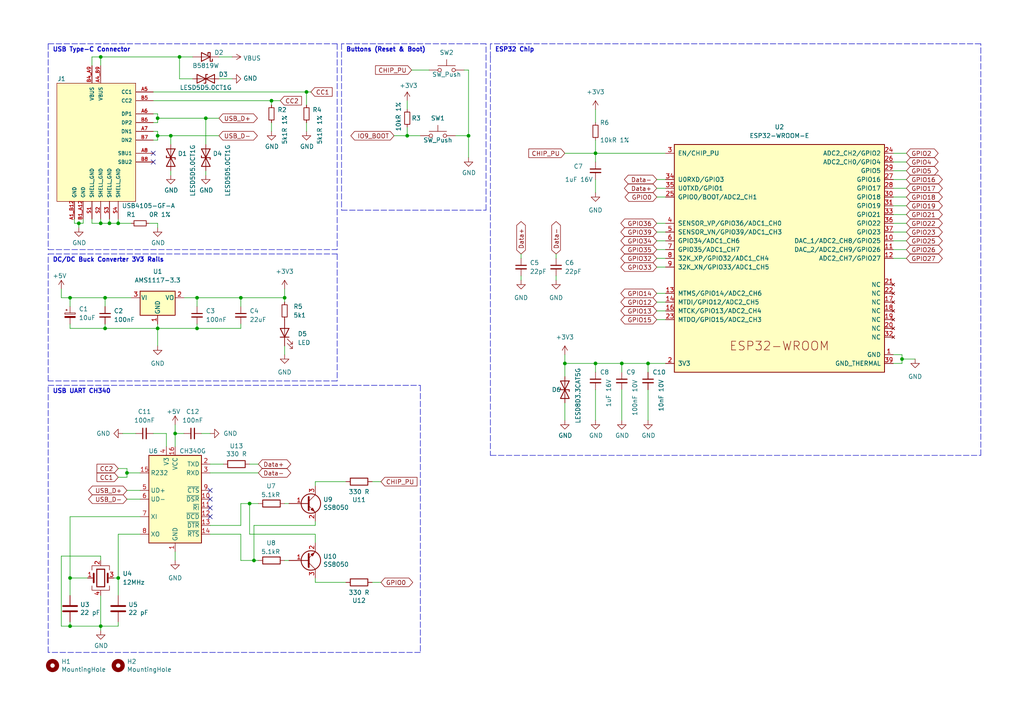
<source format=kicad_sch>
(kicad_sch (version 20211123) (generator eeschema)
  (paper "A4")
  (title_block (title "ESP32 MultiSensor") (date "2023-01-16") (rev "v1"))
  (lib_symbols
    (symbol "Device:C" (pin_numbers hide) (pin_names (offset 0.254))
      (property "Reference" "C" (at 0.635 2.54 0))
      (property "Value" "C" (at 0.635 -2.54 0))
      (symbol "C_0_1"
        (polyline (pts (xy -2.032 -0.762) (xy 2.032 -0.762)) (stroke (width 0.508)))
        (polyline (pts (xy -2.032 0.762) (xy 2.032 0.762)) (stroke (width 0.508)))
      )
      (symbol "C_1_1"
        (pin passive line (at 0 3.81 270) (length 2.794) (name "~") (number "1"))
        (pin passive line (at 0 -3.81 90) (length 2.794) (name "~") (number "2"))
      )
    )
    (symbol "Device:C_Polarized_Small" (pin_numbers hide) (pin_names (offset 0.254) hide)
      (property "Reference" "C" (at 0.254 1.778 0))
      (property "Value" "C_Polarized_Small" (at 0.254 -2.032 0))
      (symbol "C_Polarized_Small_0_1"
        (rectangle (start -1.524 -0.3048) (end 1.524 -0.6858) (fill (type outline)))
        (rectangle (start -1.524 0.6858) (end 1.524 0.3048))
        (polyline (pts (xy -1.27 1.524) (xy -0.762 1.524)))
        (polyline (pts (xy -1.016 1.27) (xy -1.016 1.778)))
      )
      (symbol "C_Polarized_Small_1_1"
        (pin passive line (at 0 2.54 270) (length 1.8542) (name "~") (number "1"))
        (pin passive line (at 0 -2.54 90) (length 1.8542) (name "~") (number "2"))
      )
    )
    (symbol "Device:C_Small" (pin_numbers hide) (pin_names (offset 0.254) hide)
      (property "Reference" "C" (at 0.254 1.778 0))
      (property "Value" "C_Small" (at 0.254 -2.032 0))
      (symbol "C_Small_0_1"
        (polyline (pts (xy -1.524 -0.508) (xy 1.524 -0.508)) (stroke (width 0.3302)))
        (polyline (pts (xy -1.524 0.508) (xy 1.524 0.508)) (stroke (width 0.3048)))
      )
      (symbol "C_Small_1_1"
        (pin passive line (at 0 2.54 270) (length 2.032) (name "~") (number "1"))
        (pin passive line (at 0 -2.54 90) (length 2.032) (name "~") (number "2"))
      )
    )
    (symbol "Device:Crystal_GND24" (pin_names (offset 1.016) hide)
      (property "Reference" "Y" (at 3.175 5.08 0))
      (property "Value" "Crystal_GND24" (at 3.175 3.175 0))
      (symbol "Crystal_GND24_0_1"
        (rectangle (start -1.143 2.54) (end 1.143 -2.54) (stroke (width 0.3048)))
        (polyline (pts (xy -2.54 0) (xy -2.032 0)))
        (polyline (pts (xy -2.032 -1.27) (xy -2.032 1.27)) (stroke (width 0.508)))
        (polyline (pts (xy 0 -3.81) (xy 0 -3.556)))
        (polyline (pts (xy 0 3.556) (xy 0 3.81)))
        (polyline (pts (xy 2.032 -1.27) (xy 2.032 1.27)) (stroke (width 0.508)))
        (polyline (pts (xy 2.032 0) (xy 2.54 0)))
        (polyline (pts (xy -2.54 -2.286) (xy -2.54 -3.556) (xy 2.54 -3.556) (xy 2.54 -2.286)))
        (polyline (pts (xy -2.54 2.286) (xy -2.54 3.556) (xy 2.54 3.556) (xy 2.54 2.286)))
      )
      (symbol "Crystal_GND24_1_1"
        (pin passive line (at -3.81 0 0) (length 1.27) (name "1") (number "1"))
        (pin passive line (at 0 5.08 270) (length 1.27) (name "2") (number "2"))
        (pin passive line (at 3.81 0 180) (length 1.27) (name "3") (number "3"))
        (pin passive line (at 0 -5.08 90) (length 1.27) (name "4") (number "4"))
      )
    )
    (symbol "Device:D_Schottky" (pin_numbers hide) (pin_names (offset 1.016) hide)
      (property "Reference" "D" (at 0 2.54 0))
      (property "Value" "D_Schottky" (at 0 -2.54 0))
      (symbol "D_Schottky_0_1"
        (polyline (pts (xy 1.27 0) (xy -1.27 0)))
        (polyline (pts (xy 1.27 1.27) (xy 1.27 -1.27) (xy -1.27 0) (xy 1.27 1.27)) (stroke (width 0.254)))
        (polyline (pts (xy -1.905 0.635) (xy -1.905 1.27) (xy -1.27 1.27) (xy -1.27 -1.27) (xy -0.635 -1.27) (xy -0.635 -0.635)) (stroke (width 0.254)))
      )
      (symbol "D_Schottky_1_1"
        (pin passive line (at -3.81 0 0) (length 2.54) (name "K") (number "1"))
        (pin passive line (at 3.81 0 180) (length 2.54) (name "A") (number "2"))
      )
    )
    (symbol "Device:D_TVS" (pin_numbers hide) (pin_names (offset 1.016) hide)
      (property "Reference" "D" (at 0 2.54 0))
      (property "Value" "D_TVS" (at 0 -2.54 0))
      (symbol "D_TVS_0_1"
        (polyline (pts (xy 1.27 0) (xy -1.27 0)))
        (polyline (pts (xy 0.508 1.27) (xy 0 1.27) (xy 0 -1.27) (xy -0.508 -1.27)) (stroke (width 0.254)))
        (polyline (pts (xy -2.54 1.27) (xy -2.54 -1.27) (xy 2.54 1.27) (xy 2.54 -1.27) (xy -2.54 1.27)) (stroke (width 0.254)))
      )
      (symbol "D_TVS_1_1"
        (pin passive line (at -3.81 0 0) (length 2.54) (name "A1") (number "1"))
        (pin passive line (at 3.81 0 180) (length 2.54) (name "A2") (number "2"))
      )
    )
    (symbol "Device:LED" (pin_numbers hide) (pin_names (offset 1.016) hide)
      (property "Reference" "D" (at 0 2.54 0))
      (property "Value" "LED" (at 0 -2.54 0))
      (symbol "LED_0_1"
        (polyline (pts (xy -1.27 -1.27) (xy -1.27 1.27)) (stroke (width 0.254)))
        (polyline (pts (xy -1.27 0) (xy 1.27 0)))
        (polyline (pts (xy 1.27 -1.27) (xy 1.27 1.27) (xy -1.27 0) (xy 1.27 -1.27)) (stroke (width 0.254)))
        (polyline (pts (xy -3.048 -0.762) (xy -4.572 -2.286) (xy -3.81 -2.286) (xy -4.572 -2.286) (xy -4.572 -1.524)))
        (polyline (pts (xy -1.778 -0.762) (xy -3.302 -2.286) (xy -2.54 -2.286) (xy -3.302 -2.286) (xy -3.302 -1.524)))
      )
      (symbol "LED_1_1"
        (pin passive line (at -3.81 0 0) (length 2.54) (name "K") (number "1"))
        (pin passive line (at 3.81 0 180) (length 2.54) (name "A") (number "2"))
      )
    )
    (symbol "Device:R" (pin_numbers hide) (pin_names (offset 0))
      (property "Reference" "R" (at 2.032 0 90))
      (property "Value" "R" (at 0 0 90))
      (symbol "R_0_1"
        (rectangle (start -1.016 -2.54) (end 1.016 2.54) (stroke (width 0.254)))
      )
      (symbol "R_1_1"
        (pin passive line (at 0 3.81 270) (length 1.27) (name "~") (number "1"))
        (pin passive line (at 0 -3.81 90) (length 1.27) (name "~") (number "2"))
      )
    )
    (symbol "Device:R_Small" (pin_numbers hide) (pin_names (offset 0.254) hide)
      (property "Reference" "R" (at 0.762 0.508 0))
      (property "Value" "R_Small" (at 0.762 -1.016 0))
      (symbol "R_Small_0_1"
        (rectangle (start -0.762 1.778) (end 0.762 -1.778) (stroke (width 0.2032)))
      )
      (symbol "R_Small_1_1"
        (pin passive line (at 0 2.54 270) (length 0.762) (name "~") (number "1"))
        (pin passive line (at 0 -2.54 90) (length 0.762) (name "~") (number "2"))
      )
    )
    (symbol "Espressif:ESP32-WROOM-E" (pin_names (offset 1.016))
      (property "Reference" "U" (at -30.48 38.1 0))
      (property "Value" "ESP32-WROOM-E" (at -30.48 35.56 0))
      (symbol "ESP32-WROOM-E_0_1"
        (rectangle (start -30.48 33.02) (end 30.48 -33.02) (stroke (width 0.254)) (fill (type background)))
      )
      (symbol "ESP32-WROOM-E_1_1"
        (text "ESP32-­WROOM­" (at 0 -25.4 0) (effects (font (size 2.54 2.54))))
        (pin power_in line (at 33.02 -27.94 180) (length 2.54) (name "GND") (number "1"))
        (pin bidirectional line (at 33.02 5.08 180) (length 2.54) (name "DAC_1/ADC2_CH8/GPIO25") (number "10"))
        (pin bidirectional line (at 33.02 2.54 180) (length 2.54) (name "DAC_2/ADC2_CH9/GPIO26") (number "11"))
        (pin bidirectional line (at 33.02 0 180) (length 2.54) (name "ADC2_CH7/GPIO27") (number "12"))
        (pin bidirectional line (at -33.02 -10.16 0) (length 2.54) (name "MTMS/GPIO14/ADC2_CH6") (number "13"))
        (pin bidirectional line (at -33.02 -12.7 0) (length 2.54) (name "MTDI/GPIO12/ADC2_CH5") (number "14"))
        (pin passive line (at 33.02 -27.94 180) (length 2.54) hide (name "GND") (number "15"))
        (pin bidirectional line (at -33.02 -15.24 0) (length 2.54) (name "MTCK/GPIO13/ADC2_CH4") (number "16"))
        (pin no_connect line (at 33.02 -12.7 180) (length 2.54) (name "NC") (number "17"))
        (pin no_connect line (at 33.02 -15.24 180) (length 2.54) (name "NC") (number "18"))
        (pin no_connect line (at 33.02 -17.78 180) (length 2.54) (name "NC") (number "19"))
        (pin power_in line (at -33.02 -30.48 0) (length 2.54) (name "3V3") (number "2"))
        (pin no_connect line (at 33.02 -20.32 180) (length 2.54) (name "NC") (number "20"))
        (pin no_connect line (at 33.02 -7.62 180) (length 2.54) (name "NC") (number "21"))
        (pin no_connect line (at 33.02 -10.16 180) (length 2.54) (name "NC") (number "22"))
        (pin bidirectional line (at -33.02 -17.78 0) (length 2.54) (name "MTDO/GPIO15/ADC2_CH3") (number "23"))
        (pin bidirectional line (at 33.02 30.48 180) (length 2.54) (name "ADC2_CH2/GPIO2") (number "24"))
        (pin bidirectional line (at -33.02 17.78 0) (length 2.54) (name "GPIO0/BOOT/ADC2_CH1") (number "25"))
        (pin bidirectional line (at 33.02 27.94 180) (length 2.54) (name "ADC2_CH0/GPIO4") (number "26"))
        (pin bidirectional line (at 33.02 22.86 180) (length 2.54) (name "GPIO16") (number "27"))
        (pin bidirectional line (at 33.02 20.32 180) (length 2.54) (name "GPIO17") (number "28"))
        (pin bidirectional line (at 33.02 25.4 180) (length 2.54) (name "GPIO5") (number "29"))
        (pin input line (at -33.02 30.48 0) (length 2.54) (name "EN/CHIP_PU") (number "3"))
        (pin bidirectional line (at 33.02 17.78 180) (length 2.54) (name "GPIO18") (number "30"))
        (pin bidirectional line (at 33.02 15.24 180) (length 2.54) (name "GPIO19") (number "31"))
        (pin no_connect line (at 33.02 -22.86 180) (length 2.54) (name "NC") (number "32"))
        (pin bidirectional line (at 33.02 12.7 180) (length 2.54) (name "GPIO21") (number "33"))
        (pin bidirectional line (at -33.02 22.86 0) (length 2.54) (name "U0RXD/GPIO3") (number "34"))
        (pin bidirectional line (at -33.02 20.32 0) (length 2.54) (name "U0TXD/GPIO1") (number "35"))
        (pin bidirectional line (at 33.02 10.16 180) (length 2.54) (name "GPIO22") (number "36"))
        (pin bidirectional line (at 33.02 7.62 180) (length 2.54) (name "GPIO23") (number "37"))
        (pin passive line (at 33.02 -27.94 180) (length 2.54) hide (name "GND") (number "38"))
        (pin power_in line (at 33.02 -30.48 180) (length 2.54) (name "GND_THERMAL") (number "39"))
        (pin input line (at -33.02 10.16 0) (length 2.54) (name "SENSOR_VP/GPIO36/ADC1_CH0") (number "4"))
        (pin input line (at -33.02 7.62 0) (length 2.54) (name "SENSOR_VN/GPIO39/ADC1_CH3") (number "5"))
        (pin input line (at -33.02 5.08 0) (length 2.54) (name "GPIO34/ADC1_CH6") (number "6"))
        (pin input line (at -33.02 2.54 0) (length 2.54) (name "GPIO35/ADC1_CH7") (number "7"))
        (pin bidirectional line (at -33.02 0 0) (length 2.54) (name "32K_XP/GPIO32/ADC1_CH4") (number "8"))
        (pin bidirectional line (at -33.02 -2.54 0) (length 2.54) (name "32K_XN/GPIO33/ADC1_CH5") (number "9"))
      )
    )
    (symbol "Interface_USB:CH340G"
      (property "Reference" "U" (at -5.08 13.97 0))
      (property "Value" "CH340G" (at 1.27 13.97 0))
      (symbol "CH340G_0_1"
        (rectangle (start -7.62 12.7) (end 7.62 -12.7) (stroke (width 0.254)) (fill (type background)))
      )
      (symbol "CH340G_1_1"
        (pin power_in line (at 0 -15.24 90) (length 2.54) (name "GND") (number "1"))
        (pin input line (at 10.16 0 180) (length 2.54) (name "~{DSR}") (number "10"))
        (pin input line (at 10.16 -2.54 180) (length 2.54) (name "~{RI}") (number "11"))
        (pin input line (at 10.16 -5.08 180) (length 2.54) (name "~{DCD}") (number "12"))
        (pin output line (at 10.16 -7.62 180) (length 2.54) (name "~{DTR}") (number "13"))
        (pin output line (at 10.16 -10.16 180) (length 2.54) (name "~{RTS}") (number "14"))
        (pin input line (at -10.16 7.62 0) (length 2.54) (name "R232") (number "15"))
        (pin power_in line (at 0 15.24 270) (length 2.54) (name "VCC") (number "16"))
        (pin output line (at 10.16 10.16 180) (length 2.54) (name "TXD") (number "2"))
        (pin input line (at 10.16 7.62 180) (length 2.54) (name "RXD") (number "3"))
        (pin passive line (at -2.54 15.24 270) (length 2.54) (name "V3") (number "4"))
        (pin bidirectional line (at -10.16 2.54 0) (length 2.54) (name "UD+") (number "5"))
        (pin bidirectional line (at -10.16 0 0) (length 2.54) (name "UD-") (number "6"))
        (pin input line (at -10.16 -5.08 0) (length 2.54) (name "XI") (number "7"))
        (pin output line (at -10.16 -10.16 0) (length 2.54) (name "XO") (number "8"))
        (pin input line (at 10.16 2.54 180) (length 2.54) (name "~{CTS}") (number "9"))
      )
    )
    (symbol "Mechanical:MountingHole" (pin_names (offset 1.016))
      (property "Reference" "H" (at 0 5.08 0))
      (property "Value" "MountingHole" (at 0 3.175 0))
      (symbol "MountingHole_0_1"
        (circle (center 0 0) (radius 1.27) (stroke (width 1.27)))
      )
    )
    (symbol "Regulator_Linear:AMS1117-3.3" (pin_names (offset 0.254))
      (property "Reference" "U" (at -3.81 3.175 0))
      (property "Value" "AMS1117-3.3" (at 0 3.175 0))
      (symbol "AMS1117-3.3_0_1"
        (rectangle (start -5.08 -5.08) (end 5.08 1.905) (stroke (width 0.254)) (fill (type background)))
      )
      (symbol "AMS1117-3.3_1_1"
        (pin power_in line (at 0 -7.62 90) (length 2.54) (name "GND") (number "1"))
        (pin power_out line (at 7.62 0 180) (length 2.54) (name "VO") (number "2"))
        (pin power_in line (at -7.62 0 0) (length 2.54) (name "VI") (number "3"))
      )
    )
    (symbol "Rust_Board:USB4105-GF-A" (pin_names (offset 1.016))
      (property "Reference" "J" (at 8.89 17.78 0))
      (property "Value" "Rust_Board_USB4105-GF-A" (at 7.62 -20.32 0))
      (symbol "USB4105-GF-A_0_0"
        (pin power_in line (at -6.35 -22.86 90) (length 5.08) (name "GND") (number "A1_B12"))
        (pin power_in line (at 1.27 21.59 270) (length 5.08) (name "VBUS") (number "A4_B9"))
        (pin bidirectional line (at 16.51 13.97 180) (length 5.08) (name "CC1") (number "A5"))
        (pin bidirectional line (at 16.51 7.62 180) (length 5.08) (name "DP1") (number "A6"))
        (pin bidirectional line (at 16.51 2.54 180) (length 5.08) (name "DN1") (number "A7"))
        (pin bidirectional line (at 16.51 -3.81 180) (length 5.08) (name "SBU1") (number "A8"))
        (pin power_in line (at -3.81 -22.86 90) (length 5.08) (name "GND") (number "B1_A12"))
        (pin power_in line (at -1.27 21.59 270) (length 5.08) (name "VBUS") (number "B4_A9"))
        (pin bidirectional line (at 16.51 11.43 180) (length 5.08) (name "CC2") (number "B5"))
        (pin bidirectional line (at 16.51 5.08 180) (length 5.08) (name "DP2") (number "B6"))
        (pin bidirectional line (at 16.51 0 180) (length 5.08) (name "DN2") (number "B7"))
        (pin bidirectional line (at 16.51 -6.35 180) (length 5.08) (name "SBU2") (number "B8"))
        (pin power_in line (at -1.27 -22.86 90) (length 5.08) (name "SHELL_GND") (number "S1"))
        (pin power_in line (at 1.27 -22.86 90) (length 5.08) (name "SHELL_GND") (number "S2"))
        (pin power_in line (at 3.81 -22.86 90) (length 5.08) (name "SHELL_GND") (number "S3"))
        (pin power_in line (at 6.35 -22.86 90) (length 5.08) (name "SHELL_GND") (number "S4"))
      )
      (symbol "USB4105-GF-A_1_1"
        (rectangle (start 11.43 16.51) (end -11.43 -17.78) (fill (type background)))
      )
    )
    (symbol "Switch:SW_Push" (pin_numbers hide) (pin_names (offset 1.016) hide)
      (property "Reference" "SW" (at 1.27 2.54 0))
      (property "Value" "SW_Push" (at 0 -1.524 0))
      (symbol "SW_Push_0_1"
        (circle (center -2.032 0) (radius 0.508))
        (polyline (pts (xy 0 1.27) (xy 0 3.048)))
        (polyline (pts (xy 2.54 1.27) (xy -2.54 1.27)))
        (circle (center 2.032 0) (radius 0.508))
        (pin passive line (at -5.08 0 0) (length 2.54) (name "1") (number "1"))
        (pin passive line (at 5.08 0 180) (length 2.54) (name "2") (number "2"))
      )
    )
    (symbol "Transistor_BJT:MMBT3904" (pin_names (offset 0) hide)
      (property "Reference" "Q" (at 5.08 1.905 0))
      (property "Value" "MMBT3904" (at 5.08 0 0))
      (symbol "MMBT3904_0_1"
        (polyline (pts (xy 0.635 0.635) (xy 2.54 2.54)))
        (polyline (pts (xy 0.635 -0.635) (xy 2.54 -2.54) (xy 2.54 -2.54)))
        (polyline (pts (xy 0.635 1.905) (xy 0.635 -1.905) (xy 0.635 -1.905)) (stroke (width 0.508)))
        (polyline (pts (xy 1.27 -1.778) (xy 1.778 -1.27) (xy 2.286 -2.286) (xy 1.27 -1.778) (xy 1.27 -1.778)) (fill (type outline)))
        (circle (center 1.27 0) (radius 2.8194) (stroke (width 0.254)))
      )
      (symbol "MMBT3904_1_1"
        (pin input line (at -5.08 0 0) (length 5.715) (name "B") (number "1"))
        (pin passive line (at 2.54 -5.08 90) (length 2.54) (name "E") (number "2"))
        (pin passive line (at 2.54 5.08 270) (length 2.54) (name "C") (number "3"))
      )
    )
    (symbol "power:+3V3" (power) (pin_names (offset 0))
      (property "Value" "+3V3" (at 0 3.556 0))
      (symbol "+3V3_0_1"
        (polyline (pts (xy -0.762 1.27) (xy 0 2.54)))
        (polyline (pts (xy 0 0) (xy 0 2.54)))
        (polyline (pts (xy 0 2.54) (xy 0.762 1.27)))
      )
      (symbol "+3V3_1_1"
        (pin power_in line (at 0 0 90) (length 0) hide (name "+3V3") (number "1"))
      )
    )
    (symbol "power:+5V" (power) (pin_names (offset 0))
      (property "Value" "+5V" (at 0 3.556 0))
      (symbol "+5V_0_1"
        (polyline (pts (xy -0.762 1.27) (xy 0 2.54)))
        (polyline (pts (xy 0 0) (xy 0 2.54)))
        (polyline (pts (xy 0 2.54) (xy 0.762 1.27)))
      )
      (symbol "+5V_1_1"
        (pin power_in line (at 0 0 90) (length 0) hide (name "+5V") (number "1"))
      )
    )
    (symbol "power:GND" (power) (pin_names (offset 0))
      (property "Value" "GND" (at 0 -3.81 0))
      (symbol "GND_0_1"
        (polyline (pts (xy 0 0) (xy 0 -1.27) (xy 1.27 -1.27) (xy 0 -2.54) (xy -1.27 -1.27) (xy 0 -1.27)))
      )
      (symbol "GND_1_1"
        (pin power_in line (at 0 0 270) (length 0) hide (name "GND") (number "1"))
      )
    )
    (symbol "power:VBUS" (power) (pin_names (offset 0))
      (property "Value" "VBUS" (at 0 3.81 0))
      (symbol "VBUS_0_1"
        (polyline (pts (xy -0.762 1.27) (xy 0 2.54)))
        (polyline (pts (xy 0 0) (xy 0 2.54)))
        (polyline (pts (xy 0 2.54) (xy 0.762 1.27)))
      )
      (symbol "VBUS_1_1"
        (pin power_in line (at 0 0 90) (length 0) hide (name "VBUS") (number "1"))
      )
    )
  )
  (junction (at 29.21 181.61))
  (junction (at 73.66 162.56))
  (junction (at 30.48 86.36))
  (junction (at 20.32 167.64))
  (junction (at 45.72 39.37))
  (junction (at 172.72 44.45))
  (junction (at 187.96 105.41))
  (junction (at 50.8 125.73))
  (junction (at 49.53 39.37))
  (junction (at 57.15 95.25))
  (junction (at 261.62 104.14))
  (junction (at 22.86 64.77))
  (junction (at 57.15 86.36))
  (junction (at 34.29 167.64))
  (junction (at 36.83 137.16))
  (junction (at 20.32 86.36))
  (junction (at 31.75 64.77))
  (junction (at 135.89 39.37))
  (junction (at 45.72 34.29))
  (junction (at 78.74 29.21))
  (junction (at 118.11 39.37))
  (junction (at 82.55 86.36))
  (junction (at 163.83 105.41))
  (junction (at 172.72 105.41))
  (junction (at 69.85 86.36))
  (junction (at 45.72 95.25))
  (junction (at 72.39 146.05))
  (junction (at 34.29 64.77))
  (junction (at 88.9 26.67))
  (junction (at 29.21 16.51))
  (junction (at 20.32 181.61))
  (junction (at 29.21 64.77))
  (junction (at 30.48 95.25))
  (junction (at 59.69 34.29))
  (junction (at 52.07 16.51))
  (junction (at 180.34 105.41))
  (no_connect (at 60.96 149.86))
  (no_connect (at 60.96 147.32))
  (no_connect (at 44.45 46.99))
  (no_connect (at 44.45 44.45))
  (no_connect (at 60.96 144.78))
  (no_connect (at 60.96 142.24))
  (wire (pts (xy 161.29 80.01) (xy 161.29 81.28)))
  (polyline (pts (xy 140.97 12.7) (xy 99.06 12.7)))
  (wire (pts (xy 26.67 16.51) (xy 26.67 19.05)))
  (wire (pts (xy 259.08 67.31) (xy 262.89 67.31)))
  (wire (pts (xy 151.13 80.01) (xy 151.13 81.28)))
  (wire (pts (xy 29.21 162.56) (xy 29.21 161.29)))
  (wire (pts (xy 190.5 67.31) (xy 193.04 67.31)))
  (wire (pts (xy 45.72 38.1) (xy 45.72 39.37)))
  (wire (pts (xy 187.96 107.95) (xy 187.96 105.41)))
  (wire (pts (xy 45.72 95.25) (xy 30.48 95.25)))
  (wire (pts (xy 82.55 100.33) (xy 82.55 102.87)))
  (wire (pts (xy 259.08 54.61) (xy 262.89 54.61)))
  (wire (pts (xy 259.08 44.45) (xy 262.89 44.45)))
  (wire (pts (xy 118.11 36.83) (xy 118.11 39.37)))
  (wire (pts (xy 49.53 50.8) (xy 49.53 49.53)))
  (wire (pts (xy 78.74 29.21) (xy 81.28 29.21)))
  (wire (pts (xy 29.21 63.5) (xy 29.21 64.77)))
  (wire (pts (xy 83.82 146.05) (xy 82.55 146.05)))
  (wire (pts (xy 22.86 64.77) (xy 22.86 66.04)))
  (wire (pts (xy 24.13 64.77) (xy 24.13 63.5)))
  (wire (pts (xy 30.48 86.36) (xy 38.1 86.36)))
  (wire (pts (xy 72.39 146.05) (xy 72.39 154.94)))
  (wire (pts (xy 48.26 125.73) (xy 48.26 129.54)))
  (polyline (pts (xy 284.48 132.08) (xy 284.48 12.7)))
  (wire (pts (xy 190.5 90.17) (xy 193.04 90.17)))
  (wire (pts (xy 82.55 83.82) (xy 82.55 86.36)))
  (wire (pts (xy 20.32 172.72) (xy 20.32 167.64)))
  (wire (pts (xy 45.72 64.77) (xy 45.72 66.04)))
  (wire (pts (xy 40.64 137.16) (xy 36.83 137.16)))
  (wire (pts (xy 134.62 20.32) (xy 135.89 20.32)))
  (wire (pts (xy 36.83 137.16) (xy 36.83 135.89)))
  (wire (pts (xy 172.72 105.41) (xy 163.83 105.41)))
  (wire (pts (xy 73.66 162.56) (xy 69.85 162.56)))
  (wire (pts (xy 26.67 63.5) (xy 26.67 64.77)))
  (wire (pts (xy 74.93 162.56) (xy 73.66 162.56)))
  (polyline (pts (xy 284.48 12.7) (xy 142.24 12.7)))
  (wire (pts (xy 69.85 146.05) (xy 72.39 146.05)))
  (wire (pts (xy 259.08 57.15) (xy 262.89 57.15)))
  (wire (pts (xy 20.32 167.64) (xy 20.32 149.86)))
  (wire (pts (xy 50.8 125.73) (xy 50.8 129.54)))
  (wire (pts (xy 20.32 167.64) (xy 25.4 167.64)))
  (polyline (pts (xy 97.79 12.7) (xy 97.79 72.39)))
  (wire (pts (xy 72.39 134.62) (xy 74.93 134.62)))
  (wire (pts (xy 82.55 86.36) (xy 82.55 87.63)))
  (wire (pts (xy 172.72 40.64) (xy 172.72 44.45)))
  (wire (pts (xy 82.55 162.56) (xy 83.82 162.56)))
  (wire (pts (xy 34.29 154.94) (xy 40.64 154.94)))
  (wire (pts (xy 161.29 73.66) (xy 161.29 74.93)))
  (wire (pts (xy 259.08 69.85) (xy 262.89 69.85)))
  (wire (pts (xy 34.29 167.64) (xy 33.02 167.64)))
  (wire (pts (xy 91.44 139.7) (xy 100.33 139.7)))
  (wire (pts (xy 259.08 49.53) (xy 262.89 49.53)))
  (polyline (pts (xy 97.79 73.66) (xy 97.79 110.49)))
  (wire (pts (xy 172.72 105.41) (xy 180.34 105.41)))
  (polyline (pts (xy 121.92 111.76) (xy 121.92 189.23)))
  (wire (pts (xy 20.32 149.86) (xy 40.64 149.86)))
  (wire (pts (xy 44.45 33.02) (xy 45.72 33.02)))
  (wire (pts (xy 34.29 172.72) (xy 34.29 167.64)))
  (wire (pts (xy 190.5 74.93) (xy 193.04 74.93)))
  (wire (pts (xy 151.13 73.66) (xy 151.13 74.93)))
  (wire (pts (xy 45.72 39.37) (xy 45.72 40.64)))
  (wire (pts (xy 34.29 64.77) (xy 34.29 63.5)))
  (wire (pts (xy 55.88 22.86) (xy 52.07 22.86)))
  (wire (pts (xy 190.5 77.47) (xy 193.04 77.47)))
  (wire (pts (xy 172.72 52.07) (xy 172.72 55.88)))
  (wire (pts (xy 261.62 102.87) (xy 259.08 102.87)))
  (wire (pts (xy 73.66 152.4) (xy 73.66 162.56)))
  (wire (pts (xy 91.44 168.91) (xy 100.33 168.91)))
  (polyline (pts (xy 99.06 60.96) (xy 140.97 60.96)))
  (wire (pts (xy 20.32 86.36) (xy 20.32 88.9)))
  (wire (pts (xy 163.83 44.45) (xy 172.72 44.45)))
  (wire (pts (xy 88.9 26.67) (xy 90.17 26.67)))
  (wire (pts (xy 22.86 64.77) (xy 24.13 64.77)))
  (wire (pts (xy 26.67 16.51) (xy 29.21 16.51)))
  (wire (pts (xy 50.8 125.73) (xy 53.34 125.73)))
  (wire (pts (xy 45.72 40.64) (xy 44.45 40.64)))
  (wire (pts (xy 45.72 39.37) (xy 49.53 39.37)))
  (polyline (pts (xy 13.97 111.76) (xy 121.92 111.76)))
  (wire (pts (xy 29.21 161.29) (xy 17.78 161.29)))
  (wire (pts (xy 20.32 86.36) (xy 17.78 86.36)))
  (wire (pts (xy 187.96 113.03) (xy 187.96 121.92)))
  (wire (pts (xy 43.18 64.77) (xy 45.72 64.77)))
  (wire (pts (xy 118.11 29.21) (xy 118.11 31.75)))
  (wire (pts (xy 26.67 64.77) (xy 29.21 64.77)))
  (wire (pts (xy 187.96 105.41) (xy 180.34 105.41)))
  (wire (pts (xy 34.29 138.43) (xy 36.83 138.43)))
  (wire (pts (xy 132.08 39.37) (xy 135.89 39.37)))
  (wire (pts (xy 163.83 105.41) (xy 163.83 109.22)))
  (wire (pts (xy 36.83 137.16) (xy 36.83 138.43)))
  (wire (pts (xy 20.32 86.36) (xy 30.48 86.36)))
  (wire (pts (xy 29.21 181.61) (xy 34.29 181.61)))
  (wire (pts (xy 190.5 54.61) (xy 193.04 54.61)))
  (wire (pts (xy 261.62 105.41) (xy 261.62 104.14)))
  (wire (pts (xy 172.72 44.45) (xy 172.72 46.99)))
  (polyline (pts (xy 13.97 12.7) (xy 13.97 72.39)))
  (wire (pts (xy 190.5 57.15) (xy 193.04 57.15)))
  (wire (pts (xy 69.85 86.36) (xy 57.15 86.36)))
  (wire (pts (xy 163.83 102.87) (xy 163.83 105.41)))
  (wire (pts (xy 57.15 86.36) (xy 57.15 88.9)))
  (polyline (pts (xy 13.97 189.23) (xy 13.97 111.76)))
  (wire (pts (xy 265.43 104.14) (xy 261.62 104.14)))
  (wire (pts (xy 107.95 168.91) (xy 110.49 168.91)))
  (wire (pts (xy 69.85 88.9) (xy 69.85 86.36)))
  (wire (pts (xy 45.72 95.25) (xy 45.72 100.33)))
  (wire (pts (xy 135.89 20.32) (xy 135.89 39.37)))
  (polyline (pts (xy 13.97 110.49) (xy 13.97 73.66)))
  (wire (pts (xy 72.39 146.05) (xy 74.93 146.05)))
  (wire (pts (xy 44.45 26.67) (xy 88.9 26.67)))
  (polyline (pts (xy 13.97 12.7) (xy 97.79 12.7)))
  (wire (pts (xy 30.48 95.25) (xy 30.48 93.98)))
  (wire (pts (xy 20.32 93.98) (xy 20.32 95.25)))
  (wire (pts (xy 34.29 64.77) (xy 38.1 64.77)))
  (wire (pts (xy 60.96 137.16) (xy 74.93 137.16)))
  (wire (pts (xy 17.78 86.36) (xy 17.78 83.82)))
  (wire (pts (xy 49.53 41.91) (xy 49.53 39.37)))
  (polyline (pts (xy 142.24 16.51) (xy 142.24 132.08)))
  (wire (pts (xy 91.44 151.13) (xy 91.44 152.4)))
  (wire (pts (xy 190.5 87.63) (xy 193.04 87.63)))
  (wire (pts (xy 190.5 72.39) (xy 193.04 72.39)))
  (wire (pts (xy 63.5 22.86) (xy 67.31 22.86)))
  (wire (pts (xy 261.62 104.14) (xy 261.62 102.87)))
  (polyline (pts (xy 142.24 132.08) (xy 284.48 132.08)))
  (polyline (pts (xy 140.97 60.96) (xy 140.97 12.7)))
  (wire (pts (xy 91.44 152.4) (xy 73.66 152.4)))
  (wire (pts (xy 60.96 134.62) (xy 64.77 134.62)))
  (wire (pts (xy 53.34 86.36) (xy 57.15 86.36)))
  (wire (pts (xy 190.5 52.07) (xy 193.04 52.07)))
  (wire (pts (xy 180.34 113.03) (xy 180.34 121.92)))
  (wire (pts (xy 88.9 35.56) (xy 88.9 38.1)))
  (wire (pts (xy 31.75 63.5) (xy 31.75 64.77)))
  (wire (pts (xy 69.85 146.05) (xy 69.85 152.4)))
  (wire (pts (xy 29.21 64.77) (xy 31.75 64.77)))
  (wire (pts (xy 31.75 64.77) (xy 34.29 64.77)))
  (wire (pts (xy 69.85 154.94) (xy 69.85 162.56)))
  (wire (pts (xy 91.44 154.94) (xy 91.44 157.48)))
  (wire (pts (xy 30.48 86.36) (xy 30.48 88.9)))
  (wire (pts (xy 57.15 95.25) (xy 57.15 93.98)))
  (wire (pts (xy 88.9 26.67) (xy 88.9 30.48)))
  (wire (pts (xy 34.29 154.94) (xy 34.29 167.64)))
  (wire (pts (xy 50.8 125.73) (xy 50.8 123.19)))
  (wire (pts (xy 59.69 50.8) (xy 59.69 49.53)))
  (wire (pts (xy 107.95 139.7) (xy 110.49 139.7)))
  (wire (pts (xy 36.83 142.24) (xy 40.64 142.24)))
  (wire (pts (xy 44.45 38.1) (xy 45.72 38.1)))
  (wire (pts (xy 187.96 105.41) (xy 193.04 105.41)))
  (polyline (pts (xy 13.97 73.66) (xy 97.79 73.66)))
  (wire (pts (xy 58.42 125.73) (xy 60.96 125.73)))
  (wire (pts (xy 20.32 181.61) (xy 29.21 181.61)))
  (wire (pts (xy 118.11 39.37) (xy 121.92 39.37)))
  (polyline (pts (xy 142.24 12.7) (xy 142.24 16.51)))
  (wire (pts (xy 29.21 182.88) (xy 29.21 181.61)))
  (wire (pts (xy 17.78 161.29) (xy 17.78 181.61)))
  (wire (pts (xy 259.08 52.07) (xy 262.89 52.07)))
  (wire (pts (xy 259.08 46.99) (xy 262.89 46.99)))
  (wire (pts (xy 259.08 72.39) (xy 262.89 72.39)))
  (wire (pts (xy 36.83 144.78) (xy 40.64 144.78)))
  (wire (pts (xy 78.74 35.56) (xy 78.74 38.1)))
  (wire (pts (xy 78.74 29.21) (xy 78.74 30.48)))
  (wire (pts (xy 20.32 180.34) (xy 20.32 181.61)))
  (wire (pts (xy 259.08 74.93) (xy 262.89 74.93)))
  (wire (pts (xy 52.07 16.51) (xy 55.88 16.51)))
  (wire (pts (xy 59.69 41.91) (xy 59.69 34.29)))
  (wire (pts (xy 45.72 93.98) (xy 45.72 95.25)))
  (wire (pts (xy 69.85 152.4) (xy 60.96 152.4)))
  (wire (pts (xy 72.39 154.94) (xy 91.44 154.94)))
  (wire (pts (xy 91.44 167.64) (xy 91.44 168.91)))
  (wire (pts (xy 45.72 35.56) (xy 44.45 35.56)))
  (wire (pts (xy 190.5 64.77) (xy 193.04 64.77)))
  (wire (pts (xy 35.56 125.73) (xy 39.37 125.73)))
  (wire (pts (xy 259.08 62.23) (xy 262.89 62.23)))
  (wire (pts (xy 45.72 34.29) (xy 59.69 34.29)))
  (wire (pts (xy 172.72 31.75) (xy 172.72 35.56)))
  (polyline (pts (xy 97.79 110.49) (xy 13.97 110.49)))
  (wire (pts (xy 57.15 95.25) (xy 69.85 95.25)))
  (wire (pts (xy 172.72 107.95) (xy 172.72 105.41)))
  (wire (pts (xy 190.5 92.71) (xy 193.04 92.71)))
  (wire (pts (xy 190.5 69.85) (xy 193.04 69.85)))
  (wire (pts (xy 45.72 33.02) (xy 45.72 34.29)))
  (wire (pts (xy 48.26 125.73) (xy 44.45 125.73)))
  (wire (pts (xy 29.21 16.51) (xy 52.07 16.51)))
  (wire (pts (xy 114.3 39.37) (xy 118.11 39.37)))
  (wire (pts (xy 60.96 154.94) (xy 69.85 154.94)))
  (wire (pts (xy 45.72 95.25) (xy 57.15 95.25)))
  (wire (pts (xy 20.32 95.25) (xy 30.48 95.25)))
  (wire (pts (xy 29.21 16.51) (xy 29.21 19.05)))
  (wire (pts (xy 17.78 181.61) (xy 20.32 181.61)))
  (wire (pts (xy 45.72 34.29) (xy 45.72 35.56)))
  (wire (pts (xy 44.45 29.21) (xy 78.74 29.21)))
  (wire (pts (xy 21.59 64.77) (xy 22.86 64.77)))
  (wire (pts (xy 259.08 59.69) (xy 262.89 59.69)))
  (wire (pts (xy 34.29 135.89) (xy 36.83 135.89)))
  (wire (pts (xy 29.21 172.72) (xy 29.21 181.61)))
  (wire (pts (xy 50.8 160.02) (xy 50.8 162.56)))
  (wire (pts (xy 119.38 20.32) (xy 124.46 20.32)))
  (wire (pts (xy 135.89 39.37) (xy 135.89 45.72)))
  (wire (pts (xy 190.5 85.09) (xy 193.04 85.09)))
  (polyline (pts (xy 99.06 12.7) (xy 99.06 60.96)))
  (wire (pts (xy 91.44 140.97) (xy 91.44 139.7)))
  (polyline (pts (xy 121.92 189.23) (xy 13.97 189.23)))
  (wire (pts (xy 172.72 121.92) (xy 172.72 113.03)))
  (wire (pts (xy 69.85 86.36) (xy 82.55 86.36)))
  (wire (pts (xy 172.72 44.45) (xy 193.04 44.45)))
  (wire (pts (xy 259.08 64.77) (xy 262.89 64.77)))
  (wire (pts (xy 34.29 181.61) (xy 34.29 180.34)))
  (wire (pts (xy 49.53 39.37) (xy 63.5 39.37)))
  (wire (pts (xy 21.59 63.5) (xy 21.59 64.77)))
  (wire (pts (xy 180.34 105.41) (xy 180.34 107.95)))
  (wire (pts (xy 63.5 16.51) (xy 67.31 16.51)))
  (wire (pts (xy 69.85 95.25) (xy 69.85 93.98)))
  (wire (pts (xy 163.83 116.84) (xy 163.83 121.92)))
  (polyline (pts (xy 13.97 72.39) (xy 97.79 72.39)))
  (wire (pts (xy 259.08 105.41) (xy 261.62 105.41)))
  (wire (pts (xy 52.07 22.86) (xy 52.07 16.51)))
  (wire (pts (xy 59.69 34.29) (xy 63.5 34.29)))
  (text "ESP32 Chip" (at 143.51 15.24 0) (effects (font (size 1.27 1.27) (thickness 0.254) bold) (justify left bottom)))
  (text "DC/DC Buck Converter 3V3 Rails" (at 15.24 76.2 0) (effects (font (size 1.27 1.27) (thickness 0.254) bold) (justify left bottom)))
  (text "Buttons (Reset & Boot)" (at 100.33 15.24 0) (effects (font (size 1.27 1.27) (thickness 0.254) bold) (justify left bottom)))
  (text "USB UART CH340\n" (at 15.24 114.3 0) (effects (font (size 1.27 1.27) (thickness 0.254) bold) (justify left bottom)))
  (text "USB Type-C Connector" (at 15.24 15.24 0) (effects (font (size 1.27 1.27) (thickness 0.254) bold) (justify left bottom)))
  (global_label "USB_D-" (shape bidirectional) (at 63.5 39.37 0) (property "Intersheet References" "${INTERSHEET_REFS}" (effects hide)))
  (global_label "GPIO12" (shape bidirectional) (at 190.5 87.63 180) (property "Intersheet References" "${INTERSHEET_REFS}" (effects hide)))
  (global_label "Data+" (shape bidirectional) (at 151.13 73.66 90) (property "Intersheet References" "${INTERSHEET_REFS}" (effects hide)))
  (global_label "CC2" (shape input) (at 34.29 135.89 180) (property "Intersheet References" "${INTERSHEET_REFS}" (effects hide)))
  (global_label "GPIO34" (shape bidirectional) (at 190.5 69.85 180) (property "Intersheet References" "${INTERSHEET_REFS}" (effects hide)))
  (global_label "CHIP_PU" (shape input) (at 163.83 44.45 180) (property "Intersheet References" "${INTERSHEET_REFS}" (effects hide)))
  (global_label "GPIO17" (shape bidirectional) (at 262.89 54.61 0) (property "Intersheet References" "${INTERSHEET_REFS}" (effects hide)))
  (global_label "GPIO39" (shape bidirectional) (at 190.5 67.31 180) (property "Intersheet References" "${INTERSHEET_REFS}" (effects hide)))
  (global_label "GPIO26" (shape bidirectional) (at 262.89 72.39 0) (property "Intersheet References" "${INTERSHEET_REFS}" (effects hide)))
  (global_label "GPIO2" (shape bidirectional) (at 262.89 44.45 0) (property "Intersheet References" "${INTERSHEET_REFS}" (effects hide)))
  (global_label "CHIP_PU" (shape input) (at 110.49 139.7 0) (property "Intersheet References" "${INTERSHEET_REFS}" (effects hide)))
  (global_label "GPIO25" (shape bidirectional) (at 262.89 69.85 0) (property "Intersheet References" "${INTERSHEET_REFS}" (effects hide)))
  (global_label "GPIO5" (shape bidirectional) (at 262.89 49.53 0) (property "Intersheet References" "${INTERSHEET_REFS}" (effects hide)))
  (global_label "GPIO33" (shape bidirectional) (at 190.5 77.47 180) (property "Intersheet References" "${INTERSHEET_REFS}" (effects hide)))
  (global_label "GPIO23" (shape bidirectional) (at 262.89 67.31 0) (property "Intersheet References" "${INTERSHEET_REFS}" (effects hide)))
  (global_label "GPIO16" (shape bidirectional) (at 262.89 52.07 0) (property "Intersheet References" "${INTERSHEET_REFS}" (effects hide)))
  (global_label "GPIO36" (shape bidirectional) (at 190.5 64.77 180) (property "Intersheet References" "${INTERSHEET_REFS}" (effects hide)))
  (global_label "CC2" (shape input) (at 81.28 29.21 0) (property "Intersheet References" "${INTERSHEET_REFS}" (effects hide)))
  (global_label "GPIO0" (shape bidirectional) (at 110.49 168.91 0) (property "Intersheet References" "${INTERSHEET_REFS}" (effects hide)))
  (global_label "Data+" (shape bidirectional) (at 74.93 134.62 0) (property "Intersheet References" "${INTERSHEET_REFS}" (effects hide)))
  (global_label "GPIO18" (shape bidirectional) (at 262.89 57.15 0) (property "Intersheet References" "${INTERSHEET_REFS}" (effects hide)))
  (global_label "IO9_BOOT" (shape bidirectional) (at 114.3 39.37 180) (property "Intersheet References" "${INTERSHEET_REFS}" (effects hide)))
  (global_label "GPIO4" (shape bidirectional) (at 262.89 46.99 0) (property "Intersheet References" "${INTERSHEET_REFS}" (effects hide)))
  (global_label "GPIO19" (shape bidirectional) (at 262.89 59.69 0) (property "Intersheet References" "${INTERSHEET_REFS}" (effects hide)))
  (global_label "USB_D-" (shape bidirectional) (at 36.83 144.78 180) (property "Intersheet References" "${INTERSHEET_REFS}" (effects hide)))
  (global_label "GPIO0" (shape bidirectional) (at 190.5 57.15 180) (property "Intersheet References" "${INTERSHEET_REFS}" (effects hide)))
  (global_label "GPIO27" (shape bidirectional) (at 262.89 74.93 0) (property "Intersheet References" "${INTERSHEET_REFS}" (effects hide)))
  (global_label "GPIO14" (shape bidirectional) (at 190.5 85.09 180) (property "Intersheet References" "${INTERSHEET_REFS}" (effects hide)))
  (global_label "CC1" (shape input) (at 34.29 138.43 180) (property "Intersheet References" "${INTERSHEET_REFS}" (effects hide)))
  (global_label "Data-" (shape bidirectional) (at 74.93 137.16 0) (property "Intersheet References" "${INTERSHEET_REFS}" (effects hide)))
  (global_label "Data-" (shape bidirectional) (at 161.29 73.66 90) (property "Intersheet References" "${INTERSHEET_REFS}" (effects hide)))
  (global_label "GPIO32" (shape bidirectional) (at 190.5 74.93 180) (property "Intersheet References" "${INTERSHEET_REFS}" (effects hide)))
  (global_label "Data+" (shape bidirectional) (at 190.5 54.61 180) (property "Intersheet References" "${INTERSHEET_REFS}" (effects hide)))
  (global_label "GPIO22" (shape bidirectional) (at 262.89 64.77 0) (property "Intersheet References" "${INTERSHEET_REFS}" (effects hide)))
  (global_label "GPIO35" (shape bidirectional) (at 190.5 72.39 180) (property "Intersheet References" "${INTERSHEET_REFS}" (effects hide)))
  (global_label "GPIO15" (shape bidirectional) (at 190.5 92.71 180) (property "Intersheet References" "${INTERSHEET_REFS}" (effects hide)))
  (global_label "CHIP_PU" (shape input) (at 119.38 20.32 180) (property "Intersheet References" "${INTERSHEET_REFS}" (effects hide)))
  (global_label "Data-" (shape bidirectional) (at 190.5 52.07 180) (property "Intersheet References" "${INTERSHEET_REFS}" (effects hide)))
  (global_label "GPIO13" (shape bidirectional) (at 190.5 90.17 180) (property "Intersheet References" "${INTERSHEET_REFS}" (effects hide)))
  (global_label "USB_D+" (shape bidirectional) (at 63.5 34.29 0) (property "Intersheet References" "${INTERSHEET_REFS}" (effects hide)))
  (global_label "USB_D+" (shape bidirectional) (at 36.83 142.24 180) (property "Intersheet References" "${INTERSHEET_REFS}" (effects hide)))
  (global_label "GPIO21" (shape bidirectional) (at 262.89 62.23 0) (property "Intersheet References" "${INTERSHEET_REFS}" (effects hide)))
  (global_label "CC1" (shape input) (at 90.17 26.67 0) (property "Intersheet References" "${INTERSHEET_REFS}" (effects hide)))
  (symbol (lib_id "Device:C_Small") (at 151.13 77.47 0) (unit 1)
    (property "Reference" "C5" (at 153.67 76.2062 0) (effects (justify left)))
    (property "Value" "22pF" (at 153.67 78.7462 0) (effects (justify left)))
    (property "Footprint" "Capacitor_THT:CP_Radial_D5.0mm_P2.50mm" (effects hide))
  )
  (symbol (lib_id "power:GND") (at 172.72 55.88 0) (unit 1)
    (property "Reference" "#PWR020" (effects hide))
    (property "Value" "GND" (at 172.72 60.96 0))
  )
  (symbol (lib_id "power:GND") (at 45.72 66.04 0) (unit 1)
    (property "Reference" "#PWR03" (effects hide))
    (property "Value" "GND" (at 45.847 70.4342 0))
  )
  (symbol (lib_id "Device:R") (at 104.14 139.7 90) (unit 1)
    (property "Reference" "U11" (at 104.14 144.9578 90))
    (property "Value" "330 R" (at 104.14 142.6464 90))
    (property "Footprint" "Resistor_SMD:R_0402_1005Metric" (effects hide))
    (property "LCSC" "C25104" (effects hide))
  )
  (symbol (lib_id "power:GND") (at 265.43 104.14 0) (unit 1)
    (property "Reference" "#PWR024" (effects hide))
    (property "Value" "GND" (at 265.43 109.22 0))
  )
  (symbol (lib_id "Device:C_Small") (at 57.15 91.44 0) (unit 1)
    (property "Reference" "C3" (at 59.69 90.1762 0) (effects (justify left)))
    (property "Value" "100nF" (at 59.69 92.7162 0) (effects (justify left)))
    (property "Footprint" "Capacitor_THT:CP_Radial_D5.0mm_P2.50mm" (effects hide))
  )
  (symbol (lib_id "power:GND") (at 29.21 182.88 0) (unit 1)
    (property "Reference" "#PWR025" (effects hide))
    (property "Value" "GND" (at 29.337 187.2742 0))
  )
  (symbol (lib_id "power:VBUS") (at 67.31 16.51 270) (unit 1)
    (property "Reference" "#PWR07" (effects hide))
    (property "Value" "VBUS" (at 70.5612 16.891 90) (effects (justify left)))
  )
  (symbol (lib_id "power:GND") (at 163.83 121.92 0) (unit 1)
    (property "Reference" "#PWR018" (effects hide))
    (property "Value" "GND" (at 163.957 126.3142 0))
  )
  (symbol (lib_id "Device:R") (at 68.58 134.62 270) (unit 1)
    (property "Reference" "U13" (at 68.58 129.3622 90))
    (property "Value" "330 R" (at 68.58 131.6736 90))
    (property "Footprint" "Resistor_SMD:R_0402_1005Metric" (effects hide))
    (property "LCSC" "C25104" (effects hide))
  )
  (symbol (lib_id "Device:R_Small") (at 40.64 64.77 90) (unit 1)
    (property "Reference" "R1" (at 39.37 62.23 90) (effects (justify left)))
    (property "Value" "0R 1%" (at 49.53 62.23 90) (effects (justify left)))
    (property "Footprint" "Resistor_THT:R_Axial_DIN0207_L6.3mm_D2.5mm_P10.16mm_Horizontal" (effects hide))
    (property "Datasheet" "https://www.te.com/usa-en/product-1622258-1.datasheet.pdf" (effects hide))
    (property "FARNELL" "2329957" (effects hide))
  )
  (symbol (lib_id "Device:D_TVS") (at 59.69 22.86 0) (unit 1)
    (property "Reference" "D3" (at 64.77 21.59 0))
    (property "Value" "LESD5D5.0CT1G" (at 59.69 25.4 0))
    (property "Footprint" "Diode_SMD:D_SOD-923" (effects hide))
    (property "FARNELL" "3287352RL" (effects hide))
  )
  (symbol (lib_id "power:GND") (at 172.72 121.92 0) (unit 1)
    (property "Reference" "#PWR021" (effects hide))
    (property "Value" "GND" (at 172.847 126.3142 0))
  )
  (symbol (lib_id "Device:C_Small") (at 161.29 77.47 0) (unit 1)
    (property "Reference" "C6" (at 163.83 76.2062 0) (effects (justify left)))
    (property "Value" "22pF" (at 163.83 78.7462 0) (effects (justify left)))
    (property "Footprint" "Capacitor_THT:CP_Radial_D5.0mm_P2.50mm" (effects hide))
  )
  (symbol (lib_id "Regulator_Linear:AMS1117-3.3") (at 45.72 86.36 0) (unit 1)
    (property "Reference" "U1" (at 45.72 78.74 0))
    (property "Value" "AMS1117-3.3" (at 45.72 81.28 0))
    (property "Footprint" "Package_TO_SOT_SMD:SOT-223-3_TabPin2" (effects hide))
    (property "Datasheet" "http://www.advanced-monolithic.com/pdf/ds1117.pdf" (effects hide))
  )
  (symbol (lib_id "power:GND") (at 35.56 125.73 270) (unit 1)
    (property "Reference" "#PWR026" (effects hide))
    (property "Value" "GND" (at 27.94 125.73 90) (effects (justify left)))
  )
  (symbol (lib_id "Device:Crystal_GND24") (at 29.21 167.64 0) (unit 1)
    (property "Reference" "U4" (at 35.56 166.37 0) (effects (justify left)))
    (property "Value" "12MHz" (at 35.56 168.91 0) (effects (justify left)))
    (property "Footprint" "Crystal:Crystal_SMD_3225-4Pin_3.2x2.5mm" (effects hide))
    (property "LCSC" "C9002" (effects hide))
  )
  (symbol (lib_id "power:GND") (at 161.29 81.28 0) (unit 1)
    (property "Reference" "#PWR016" (effects hide))
    (property "Value" "GND" (at 161.29 86.36 0))
  )
  (symbol (lib_id "power:GND") (at 22.86 66.04 0) (unit 1)
    (property "Reference" "#PWR02" (effects hide))
    (property "Value" "GND" (at 22.987 70.4342 0))
  )
  (symbol (lib_id "power:GND") (at 49.53 50.8 0) (unit 1)
    (property "Reference" "#PWR04" (effects hide))
    (property "Value" "GND" (at 49.657 55.1942 0))
  )
  (symbol (lib_id "Transistor_BJT:MMBT3904") (at 88.9 162.56 0) (mirror x) (unit 1)
    (property "Reference" "U10" (at 93.726 161.3916 0) (effects (justify left)))
    (property "Value" "SS8050" (at 93.726 163.703 0) (effects (justify left)))
    (property "Footprint" "Package_TO_SOT_SMD:SOT-23" (effects hide))
    (property "Datasheet" "https://www.fairchildsemi.com/datasheets/2N/2N3904.pdf" (effects hide))
    (property "LCSC" "C2150" (effects hide))
  )
  (symbol (lib_id "power:GND") (at 135.89 45.72 0) (unit 1)
    (property "Reference" "#PWR014" (effects hide))
    (property "Value" "GND" (at 136.017 50.1142 0))
  )
  (symbol (lib_id "Device:C_Small") (at 41.91 125.73 90) (unit 1)
    (property "Reference" "C11" (at 41.9163 119.38 90))
    (property "Value" "100nF" (at 41.9163 121.92 90))
    (property "Footprint" "Capacitor_THT:CP_Radial_D5.0mm_P2.50mm" (effects hide))
  )
  (symbol (lib_id "Device:R") (at 78.74 162.56 270) (unit 1)
    (property "Reference" "U8" (at 80.01 157.48 90) (effects (justify right)))
    (property "Value" "5.1kR" (at 81.28 160.02 90) (effects (justify right)))
    (property "Footprint" "Resistor_SMD:R_0402_1005Metric" (effects hide))
    (property "LCSC" " C25905" (effects hide))
  )
  (symbol (lib_id "Espressif:ESP32-WROOM-E") (at 226.06 74.93 0) (unit 1)
    (property "Reference" "U2" (at 226.06 36.83 0))
    (property "Value" "ESP32-WROOM-E" (at 226.06 39.37 0))
    (property "Footprint" "espressif:ESP32-WROOM-32E" (effects hide))
    (property "Datasheet" "https://www.espressif.com/sites/default/files/documentation/esp32-wroom-32e_esp32-wroom-32ue_datasheet_en.pdf" (effects hide))
  )
  (symbol (lib_id "power:GND") (at 67.31 22.86 90) (unit 1)
    (property "Reference" "#PWR08" (effects hide))
    (property "Value" "GND" (at 70.5612 22.733 90) (effects (justify right)))
  )
  (symbol (lib_id "Device:LED") (at 82.55 96.52 90) (unit 1)
    (property "Reference" "D5" (at 86.36 96.8374 90) (effects (justify right)))
    (property "Value" "LED" (at 86.36 99.3774 90) (effects (justify right)))
    (property "Footprint" "LED_SMD:LED_0805_2012Metric_Pad1.15x1.40mm_HandSolder" (effects hide))
  )
  (symbol (lib_id "Device:D_TVS") (at 59.69 45.72 270) (unit 1)
    (property "Reference" "D4" (at 61.722 44.5516 90) (effects (justify left)))
    (property "Value" "LESD5D5.0CT1G" (at 66.04 41.91 0) (effects (justify left)))
    (property "Footprint" "Diode_SMD:D_SOD-123" (effects hide))
    (property "LCSC" "C2960981" (effects hide))
  )
  (symbol (lib_id "Device:C_Small") (at 172.72 110.49 0) (unit 1)
    (property "Reference" "C8" (at 173.99 107.95 0) (effects (justify left)))
    (property "Value" "1uF 16V" (at 176.53 118.11 90) (effects (justify left)))
    (property "Footprint" "Capacitor_THT:CP_Radial_D5.0mm_P2.50mm" (effects hide))
  )
  (symbol (lib_id "power:+3V3") (at 172.72 31.75 0) (unit 1)
    (property "Reference" "#PWR019" (effects hide))
    (property "Value" "+3V3" (at 172.72 26.67 0))
  )
  (symbol (lib_id "Device:C_Small") (at 172.72 49.53 0) (unit 1)
    (property "Reference" "C7" (at 166.37 48.26 0) (effects (justify left)))
    (property "Value" "1uF 16V" (at 163.83 52.07 0) (effects (justify left)))
    (property "Footprint" "Capacitor_THT:CP_Radial_D5.0mm_P2.50mm" (effects hide))
  )
  (symbol (lib_id "Device:C_Small") (at 187.96 110.49 0) (unit 1)
    (property "Reference" "C10" (at 189.23 107.95 0) (effects (justify left)))
    (property "Value" "10nF 10V" (at 191.77 119.38 90) (effects (justify left)))
    (property "Footprint" "Capacitor_THT:CP_Radial_D5.0mm_P2.50mm" (effects hide))
  )
  (symbol (lib_id "power:GND") (at 50.8 162.56 0) (unit 1)
    (property "Reference" "#PWR028" (effects hide))
    (property "Value" "GND" (at 50.8 167.64 0))
  )
  (symbol (lib_id "Device:R_Small") (at 88.9 33.02 0) (unit 1)
    (property "Reference" "R4" (at 90.6272 31.8516 0) (effects (justify left)))
    (property "Value" "5k1R 1%" (at 92.71 41.91 90) (effects (justify left)))
    (property "Footprint" "Resistor_THT:R_Axial_DIN0207_L6.3mm_D2.5mm_P10.16mm_Horizontal" (effects hide))
    (property "Datasheet" "https://www.te.com/usa-en/product-1622258-1.datasheet.pdf" (effects hide))
    (property "FARNELL" "2329957" (effects hide))
  )
  (symbol (lib_id "Device:R_Small") (at 118.11 34.29 0) (unit 1)
    (property "Reference" "R3" (at 119.38 34.29 0) (effects (justify left)))
    (property "Value" "10kR 1%" (at 115.57 38.1 90) (effects (justify left)))
    (property "Footprint" "Resistor_THT:R_Axial_DIN0207_L6.3mm_D2.5mm_P10.16mm_Horizontal" (effects hide))
    (property "Datasheet" "https://www.te.com/usa-en/product-1614978-1.datasheet.pdf" (effects hide))
    (property "FARNELL" "2329855" (effects hide))
  )
  (symbol (lib_id "Transistor_BJT:MMBT3904") (at 88.9 146.05 0) (unit 1)
    (property "Reference" "U9" (at 93.726 144.8816 0) (effects (justify left)))
    (property "Value" "SS8050" (at 93.726 147.193 0) (effects (justify left)))
    (property "Footprint" "Package_TO_SOT_SMD:SOT-23" (effects hide))
    (property "Datasheet" "https://www.fairchildsemi.com/datasheets/2N/2N3904.pdf" (effects hide))
    (property "LCSC" "C2150" (effects hide))
  )
  (symbol (lib_id "power:GND") (at 59.69 50.8 0) (unit 1)
    (property "Reference" "#PWR05" (effects hide))
    (property "Value" "GND" (at 59.817 55.1942 0))
  )
  (symbol (lib_id "power:+5V") (at 17.78 83.82 0) (unit 1)
    (property "Reference" "#PWR01" (effects hide))
    (property "Value" "+5V" (at 15.24 80.01 0) (effects (justify left)))
  )
  (symbol (lib_id "Device:R_Small") (at 82.55 90.17 0) (unit 1)
    (property "Reference" "R5" (at 85.09 88.8999 0) (effects (justify left)))
    (property "Value" "5k1" (at 85.09 91.4399 0) (effects (justify left)))
    (property "Footprint" "Resistor_THT:R_Axial_DIN0207_L6.3mm_D2.5mm_P10.16mm_Horizontal" (effects hide))
    (property "Datasheet" "https://www.te.com/usa-en/product-1614978-1.datasheet.pdf" (effects hide))
  )
  (symbol (lib_id "power:+3V3") (at 163.83 102.87 0) (unit 1)
    (property "Reference" "#PWR017" (effects hide))
    (property "Value" "+3V3" (at 163.83 97.79 0))
  )
  (symbol (lib_id "Switch:SW_Push") (at 127 39.37 0) (unit 1)
    (property "Reference" "SW1" (at 127 34.29 0))
    (property "Value" "SW_Push" (at 127 40.64 0))
    (property "Footprint" "esp32_multisensor:SW_147873-2" (effects hide))
    (property "LCSC" "C116501" (effects hide))
  )
  (symbol (lib_id "Device:C_Small") (at 55.88 125.73 90) (unit 1)
    (property "Reference" "C12" (at 55.8863 119.38 90))
    (property "Value" "100nF" (at 55.8863 121.92 90))
    (property "Footprint" "Capacitor_THT:CP_Radial_D5.0mm_P2.50mm" (effects hide))
  )
  (symbol (lib_id "Mechanical:MountingHole") (at 34.29 193.04 0) (unit 1)
    (property "Reference" "H2" (at 36.83 191.8716 0) (effects (justify left)))
    (property "Value" "MountingHole" (at 36.83 194.183 0) (effects (justify left)))
    (property "Footprint" "ToolingHole:ToolingHole_JLCSMT" (effects hide))
  )
  (symbol (lib_id "power:+3V3") (at 82.55 83.82 0) (unit 1)
    (property "Reference" "#PWR012" (effects hide))
    (property "Value" "+3V3" (at 82.55 78.74 0))
  )
  (symbol (lib_id "power:+3V3") (at 118.11 29.21 0) (unit 1)
    (property "Reference" "#PWR010" (effects hide))
    (property "Value" "+3V3" (at 118.491 24.8158 0))
  )
  (symbol (lib_id "power:GND") (at 187.96 121.92 0) (unit 1)
    (property "Reference" "#PWR023" (effects hide))
    (property "Value" "GND" (at 188.087 126.3142 0))
  )
  (symbol (lib_id "Rust_Board:USB4105-GF-A") (at 27.94 40.64 0) (unit 1)
    (property "Reference" "J1" (at 19.05 22.86 0) (effects (justify right)))
    (property "Value" "USB4105-GF-A" (at 50.8 59.69 0) (effects (justify right)))
    (property "Footprint" "esp32_multisensor:GCT_USB4105-GF-A" (effects hide))
    (property "Datasheet" "https://gct.co/newark/connector/USB4105" (effects hide))
    (property "FARNELL" "3588199" (effects hide))
  )
  (symbol (lib_id "Device:D_TVS") (at 49.53 45.72 270) (unit 1)
    (property "Reference" "D1" (at 51.562 44.5516 90) (effects (justify left)))
    (property "Value" "LESD5D5.0CT1G" (at 55.88 41.91 0) (effects (justify left)))
    (property "Footprint" "Diode_SMD:D_SOD-123" (effects hide))
    (property "LCSC" "C2960981" (effects hide))
  )
  (symbol (lib_id "Device:C") (at 20.32 176.53 0) (unit 1)
    (property "Reference" "U3" (at 23.241 175.3616 0) (effects (justify left)))
    (property "Value" "22 pF" (at 23.241 177.673 0) (effects (justify left)))
    (property "Footprint" "Capacitor_SMD:C_0402_1005Metric" (effects hide))
    (property "LCSC" "C1555" (effects hide))
  )
  (symbol (lib_id "power:GND") (at 151.13 81.28 0) (unit 1)
    (property "Reference" "#PWR015" (effects hide))
    (property "Value" "GND" (at 151.13 86.36 0))
  )
  (symbol (lib_id "Device:D_TVS") (at 163.83 113.03 270) (unit 1)
    (property "Reference" "D6" (at 160.02 113.03 90) (effects (justify left)))
    (property "Value" "LESD8D3.3CAT5G" (at 167.64 106.68 0) (effects (justify left)))
    (property "Footprint" "Rust_Board:SOD-882" (effects hide))
    (property "LCSC" "C172409" (effects hide))
  )
  (symbol (lib_id "Switch:SW_Push") (at 129.54 20.32 0) (unit 1)
    (property "Reference" "SW2" (at 129.54 15.24 0))
    (property "Value" "SW_Push" (at 129.54 21.59 0))
    (property "Footprint" "esp32_multisensor:SW_147873-2" (effects hide))
    (property "LCSC" "C116501" (effects hide))
  )
  (symbol (lib_id "Device:R") (at 104.14 168.91 90) (unit 1)
    (property "Reference" "U12" (at 104.14 174.1678 90))
    (property "Value" "330 R" (at 104.14 171.8564 90))
    (property "Footprint" "Resistor_SMD:R_0402_1005Metric" (effects hide))
    (property "LCSC" "C25104" (effects hide))
  )
  (symbol (lib_id "Mechanical:MountingHole") (at 15.24 193.04 0) (unit 1)
    (property "Reference" "H1" (at 17.78 191.8716 0) (effects (justify left)))
    (property "Value" "MountingHole" (at 17.78 194.183 0) (effects (justify left)))
    (property "Footprint" "ToolingHole:ToolingHole_JLCSMT" (effects hide))
  )
  (symbol (lib_id "power:GND") (at 180.34 121.92 0) (unit 1)
    (property "Reference" "#PWR022" (effects hide))
    (property "Value" "GND" (at 180.467 126.3142 0))
  )
  (symbol (lib_id "Device:R_Small") (at 78.74 33.02 0) (unit 1)
    (property "Reference" "R2" (at 80.4672 31.8516 0) (effects (justify left)))
    (property "Value" "5k1R 1%" (at 82.55 41.91 90) (effects (justify left)))
    (property "Footprint" "Resistor_THT:R_Axial_DIN0207_L6.3mm_D2.5mm_P10.16mm_Horizontal" (effects hide))
    (property "Datasheet" "https://www.te.com/usa-en/product-1622258-1.datasheet.pdf" (effects hide))
    (property "FARNELL" "2329957" (effects hide))
  )
  (symbol (lib_id "power:GND") (at 45.72 100.33 0) (unit 1)
    (property "Reference" "#PWR06" (effects hide))
    (property "Value" "GND" (at 45.72 105.41 0))
  )
  (symbol (lib_id "Interface_USB:CH340G") (at 50.8 144.78 0) (unit 1)
    (property "Reference" "U6" (at 44.45 130.81 0))
    (property "Value" "CH340G" (at 55.88 130.81 0))
    (property "Footprint" "Package_SO:SOIC-16_3.9x9.9mm_P1.27mm" (effects hide))
    (property "Datasheet" "http://www.datasheet5.com/pdf-local-2195953" (effects hide))
    (property "LCSC" "C14267" (effects hide))
  )
  (symbol (lib_id "Device:C") (at 34.29 176.53 0) (unit 1)
    (property "Reference" "U5" (at 37.211 175.3616 0) (effects (justify left)))
    (property "Value" "22 pF" (at 37.211 177.673 0) (effects (justify left)))
    (property "Footprint" "Capacitor_SMD:C_0402_1005Metric" (effects hide))
    (property "LCSC" "C1555" (effects hide))
  )
  (symbol (lib_id "power:GND") (at 88.9 38.1 0) (unit 1)
    (property "Reference" "#PWR011" (effects hide))
    (property "Value" "GND" (at 89.027 42.4942 0))
  )
  (symbol (lib_id "Device:D_Schottky") (at 59.69 16.51 180) (unit 1)
    (property "Reference" "D2" (at 63.5 15.24 0))
    (property "Value" "B5819W" (at 59.69 19.05 0))
    (property "Footprint" "Diode_THT:D_A-405_P10.16mm_Horizontal" (effects hide))
    (property "LCSC" "1861420" (effects hide))
  )
  (symbol (lib_id "Device:C_Small") (at 69.85 91.44 0) (unit 1)
    (property "Reference" "C4" (at 72.39 90.1762 0) (effects (justify left)))
    (property "Value" "22uF" (at 72.39 92.7162 0) (effects (justify left)))
    (property "Footprint" "Capacitor_THT:CP_Radial_D5.0mm_P2.50mm" (effects hide))
  )
  (symbol (lib_id "Device:C_Small") (at 30.48 91.44 0) (unit 1)
    (property "Reference" "C2" (at 33.02 90.1762 0) (effects (justify left)))
    (property "Value" "100nF" (at 33.02 92.7162 0) (effects (justify left)))
    (property "Footprint" "Capacitor_THT:CP_Radial_D5.0mm_P2.50mm" (effects hide))
  )
  (symbol (lib_id "power:GND") (at 60.96 125.73 90) (unit 1)
    (property "Reference" "#PWR029" (effects hide))
    (property "Value" "GND" (at 64.77 125.7299 90) (effects (justify right)))
  )
  (symbol (lib_id "Device:R") (at 78.74 146.05 270) (unit 1)
    (property "Reference" "U7" (at 80.01 140.97 90) (effects (justify right)))
    (property "Value" "5.1kR" (at 81.28 143.51 90) (effects (justify right)))
    (property "Footprint" "Resistor_SMD:R_0402_1005Metric" (effects hide))
    (property "LCSC" " C25905" (effects hide))
  )
  (symbol (lib_id "power:+5V") (at 50.8 123.19 0) (unit 1)
    (property "Reference" "#PWR027" (effects hide))
    (property "Value" "+5V" (at 48.26 119.38 0) (effects (justify left)))
  )
  (symbol (lib_id "power:GND") (at 78.74 38.1 0) (unit 1)
    (property "Reference" "#PWR09" (effects hide))
    (property "Value" "GND" (at 78.867 42.4942 0))
  )
  (symbol (lib_id "Device:R_Small") (at 172.72 38.1 0) (unit 1)
    (property "Reference" "R6" (at 173.99 35.56 0) (effects (justify left)))
    (property "Value" "10kR 1%" (at 173.99 40.64 0) (effects (justify left)))
    (property "Footprint" "Resistor_THT:R_Axial_DIN0207_L6.3mm_D2.5mm_P10.16mm_Horizontal" (effects hide))
    (property "Datasheet" "https://www.te.com/usa-en/product-1614978-1.datasheet.pdf" (effects hide))
    (property "FARNELL" "2329855" (effects hide))
  )
  (symbol (lib_id "Device:C_Polarized_Small") (at 20.32 91.44 0) (unit 1)
    (property "Reference" "C1" (at 22.86 89.6238 0) (effects (justify left)))
    (property "Value" "10uF" (at 22.86 92.1638 0) (effects (justify left)))
    (property "Footprint" "Capacitor_THT:CP_Radial_Tantal_D4.5mm_P2.50mm" (effects hide))
  )
  (symbol (lib_id "power:GND") (at 82.55 102.87 0) (unit 1)
    (property "Reference" "#PWR013" (effects hide))
    (property "Value" "GND" (at 82.55 107.95 0))
  )
  (symbol (lib_id "Device:C_Small") (at 180.34 110.49 0) (unit 1)
    (property "Reference" "C9" (at 181.61 107.95 0) (effects (justify left)))
    (property "Value" "100nF 10V" (at 184.15 120.65 90) (effects (justify left)))
    (property "Footprint" "Capacitor_THT:CP_Radial_D5.0mm_P2.50mm" (effects hide))
  )
)
</source>
